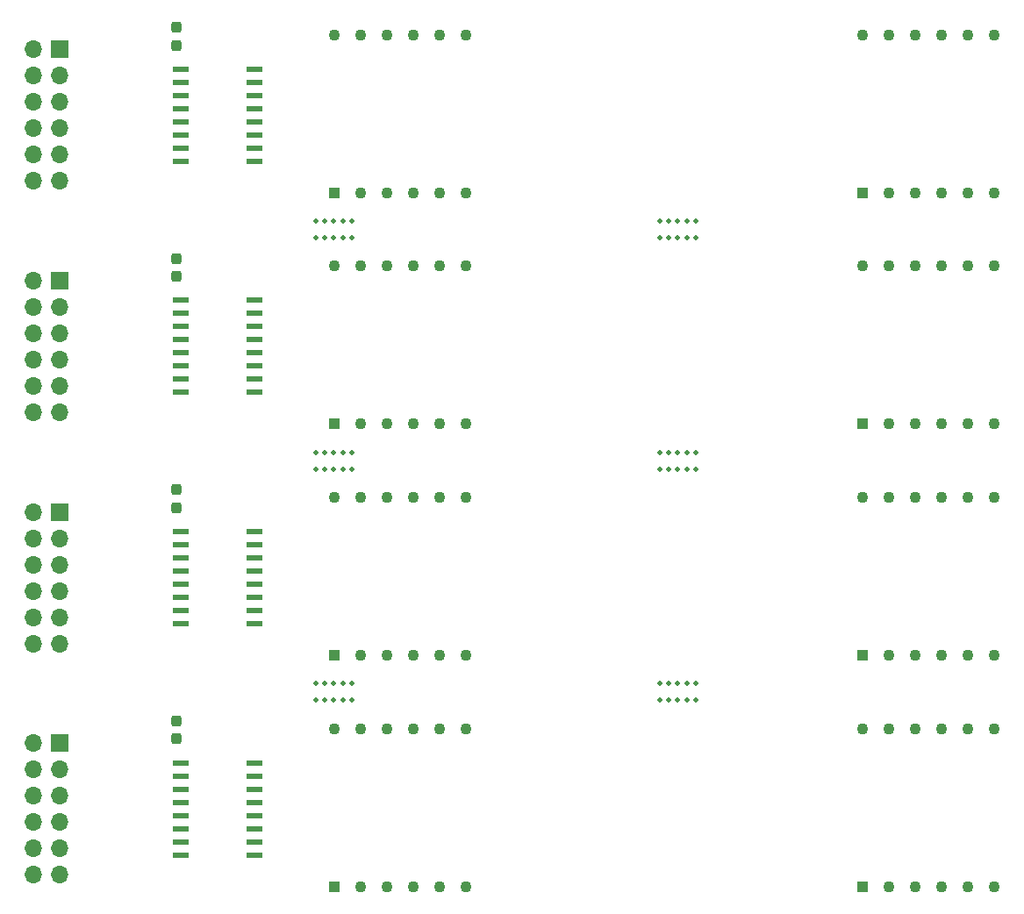
<source format=gbr>
%TF.GenerationSoftware,KiCad,Pcbnew,7.0.2*%
%TF.CreationDate,2023-08-10T02:42:33+09:00*%
%TF.ProjectId,Pmod_7LED_8digit,506d6f64-5f37-44c4-9544-5f3864696769,rev?*%
%TF.SameCoordinates,Original*%
%TF.FileFunction,Soldermask,Bot*%
%TF.FilePolarity,Negative*%
%FSLAX46Y46*%
G04 Gerber Fmt 4.6, Leading zero omitted, Abs format (unit mm)*
G04 Created by KiCad (PCBNEW 7.0.2) date 2023-08-10 02:42:33*
%MOMM*%
%LPD*%
G01*
G04 APERTURE LIST*
G04 Aperture macros list*
%AMRoundRect*
0 Rectangle with rounded corners*
0 $1 Rounding radius*
0 $2 $3 $4 $5 $6 $7 $8 $9 X,Y pos of 4 corners*
0 Add a 4 corners polygon primitive as box body*
4,1,4,$2,$3,$4,$5,$6,$7,$8,$9,$2,$3,0*
0 Add four circle primitives for the rounded corners*
1,1,$1+$1,$2,$3*
1,1,$1+$1,$4,$5*
1,1,$1+$1,$6,$7*
1,1,$1+$1,$8,$9*
0 Add four rect primitives between the rounded corners*
20,1,$1+$1,$2,$3,$4,$5,0*
20,1,$1+$1,$4,$5,$6,$7,0*
20,1,$1+$1,$6,$7,$8,$9,0*
20,1,$1+$1,$8,$9,$2,$3,0*%
G04 Aperture macros list end*
%ADD10R,1.500000X0.600000*%
%ADD11RoundRect,0.237500X-0.237500X0.300000X-0.237500X-0.300000X0.237500X-0.300000X0.237500X0.300000X0*%
%ADD12C,0.500000*%
%ADD13R,1.100000X1.100000*%
%ADD14C,1.100000*%
%ADD15R,1.700000X1.700000*%
%ADD16O,1.700000X1.700000*%
G04 APERTURE END LIST*
D10*
%TO.C,U2*%
X124237000Y-92802000D03*
X124237000Y-94072000D03*
X124237000Y-95342000D03*
X124237000Y-96612000D03*
X124237000Y-97882000D03*
X124237000Y-99152000D03*
X124237000Y-100422000D03*
X124237000Y-101692000D03*
X117137000Y-101692000D03*
X117137000Y-100422000D03*
X117137000Y-99152000D03*
X117137000Y-97882000D03*
X117137000Y-96612000D03*
X117137000Y-95342000D03*
X117137000Y-94072000D03*
X117137000Y-92802000D03*
%TD*%
%TO.C,U2*%
X124237000Y-70482000D03*
X124237000Y-71752000D03*
X124237000Y-73022000D03*
X124237000Y-74292000D03*
X124237000Y-75562000D03*
X124237000Y-76832000D03*
X124237000Y-78102000D03*
X124237000Y-79372000D03*
X117137000Y-79372000D03*
X117137000Y-78102000D03*
X117137000Y-76832000D03*
X117137000Y-75562000D03*
X117137000Y-74292000D03*
X117137000Y-73022000D03*
X117137000Y-71752000D03*
X117137000Y-70482000D03*
%TD*%
%TO.C,U2*%
X124237000Y-48162000D03*
X124237000Y-49432000D03*
X124237000Y-50702000D03*
X124237000Y-51972000D03*
X124237000Y-53242000D03*
X124237000Y-54512000D03*
X124237000Y-55782000D03*
X124237000Y-57052000D03*
X117137000Y-57052000D03*
X117137000Y-55782000D03*
X117137000Y-54512000D03*
X117137000Y-53242000D03*
X117137000Y-51972000D03*
X117137000Y-50702000D03*
X117137000Y-49432000D03*
X117137000Y-48162000D03*
%TD*%
D11*
%TO.C,C2*%
X116750000Y-66444500D03*
X116750000Y-68169500D03*
%TD*%
%TO.C,C2*%
X116750000Y-88764500D03*
X116750000Y-90489500D03*
%TD*%
%TO.C,C2*%
X116750000Y-21804500D03*
X116750000Y-23529500D03*
%TD*%
D10*
%TO.C,U2*%
X124237000Y-25842000D03*
X124237000Y-27112000D03*
X124237000Y-28382000D03*
X124237000Y-29652000D03*
X124237000Y-30922000D03*
X124237000Y-32192000D03*
X124237000Y-33462000D03*
X124237000Y-34732000D03*
X117137000Y-34732000D03*
X117137000Y-33462000D03*
X117137000Y-32192000D03*
X117137000Y-30922000D03*
X117137000Y-29652000D03*
X117137000Y-28382000D03*
X117137000Y-27112000D03*
X117137000Y-25842000D03*
%TD*%
D11*
%TO.C,C2*%
X116750000Y-44124500D03*
X116750000Y-45849500D03*
%TD*%
D12*
%TO.C,REF\u002A\u002A*%
X165094666Y-42120000D03*
%TD*%
%TO.C,REF\u002A\u002A*%
X133655334Y-86760000D03*
%TD*%
%TO.C,REF\u002A\u002A*%
X131905334Y-85160000D03*
%TD*%
%TO.C,REF\u002A\u002A*%
X130155334Y-85160000D03*
%TD*%
D13*
%TO.C,DS1*%
X182917000Y-82420000D03*
D14*
X185457000Y-82420000D03*
X187997000Y-82420000D03*
X190537000Y-82420000D03*
X193077000Y-82420000D03*
X195617000Y-82420000D03*
X195617000Y-67180000D03*
X193077000Y-67180000D03*
X190537000Y-67180000D03*
X187997000Y-67180000D03*
X185457000Y-67180000D03*
X182917000Y-67180000D03*
%TD*%
D13*
%TO.C,DS2*%
X131990000Y-104740000D03*
D14*
X134530000Y-104740000D03*
X137070000Y-104740000D03*
X139610000Y-104740000D03*
X142150000Y-104740000D03*
X144690000Y-104740000D03*
X144690000Y-89500000D03*
X142150000Y-89500000D03*
X139610000Y-89500000D03*
X137070000Y-89500000D03*
X134530000Y-89500000D03*
X131990000Y-89500000D03*
%TD*%
D12*
%TO.C,REF\u002A\u002A*%
X164219666Y-85160000D03*
%TD*%
%TO.C,REF\u002A\u002A*%
X165094666Y-40520000D03*
%TD*%
D13*
%TO.C,DS2*%
X131990000Y-82420000D03*
D14*
X134530000Y-82420000D03*
X137070000Y-82420000D03*
X139610000Y-82420000D03*
X142150000Y-82420000D03*
X144690000Y-82420000D03*
X144690000Y-67180000D03*
X142150000Y-67180000D03*
X139610000Y-67180000D03*
X137070000Y-67180000D03*
X134530000Y-67180000D03*
X131990000Y-67180000D03*
%TD*%
D12*
%TO.C,REF\u002A\u002A*%
X131030334Y-62840000D03*
%TD*%
%TO.C,REF\u002A\u002A*%
X163344666Y-62840000D03*
%TD*%
D13*
%TO.C,DS2*%
X131990000Y-60100000D03*
D14*
X134530000Y-60100000D03*
X137070000Y-60100000D03*
X139610000Y-60100000D03*
X142150000Y-60100000D03*
X144690000Y-60100000D03*
X144690000Y-44860000D03*
X142150000Y-44860000D03*
X139610000Y-44860000D03*
X137070000Y-44860000D03*
X134530000Y-44860000D03*
X131990000Y-44860000D03*
%TD*%
D12*
%TO.C,REF\u002A\u002A*%
X131030334Y-85160000D03*
%TD*%
%TO.C,REF\u002A\u002A*%
X131905334Y-42120000D03*
%TD*%
%TO.C,REF\u002A\u002A*%
X166844666Y-42120000D03*
%TD*%
%TO.C,REF\u002A\u002A*%
X164219666Y-64440000D03*
%TD*%
%TO.C,REF\u002A\u002A*%
X131030334Y-64440000D03*
%TD*%
D13*
%TO.C,DS2*%
X131990000Y-37780000D03*
D14*
X134530000Y-37780000D03*
X137070000Y-37780000D03*
X139610000Y-37780000D03*
X142150000Y-37780000D03*
X144690000Y-37780000D03*
X144690000Y-22540000D03*
X142150000Y-22540000D03*
X139610000Y-22540000D03*
X137070000Y-22540000D03*
X134530000Y-22540000D03*
X131990000Y-22540000D03*
%TD*%
D12*
%TO.C,REF\u002A\u002A*%
X132780334Y-62840000D03*
%TD*%
%TO.C,REF\u002A\u002A*%
X163344666Y-40520000D03*
%TD*%
D13*
%TO.C,DS1*%
X182917000Y-37780000D03*
D14*
X185457000Y-37780000D03*
X187997000Y-37780000D03*
X190537000Y-37780000D03*
X193077000Y-37780000D03*
X195617000Y-37780000D03*
X195617000Y-22540000D03*
X193077000Y-22540000D03*
X190537000Y-22540000D03*
X187997000Y-22540000D03*
X185457000Y-22540000D03*
X182917000Y-22540000D03*
%TD*%
D12*
%TO.C,REF\u002A\u002A*%
X164219666Y-86760000D03*
%TD*%
%TO.C,REF\u002A\u002A*%
X133655334Y-42120000D03*
%TD*%
%TO.C,REF\u002A\u002A*%
X132780334Y-86760000D03*
%TD*%
%TO.C,REF\u002A\u002A*%
X130155334Y-42120000D03*
%TD*%
%TO.C,REF\u002A\u002A*%
X166844666Y-86760000D03*
%TD*%
%TO.C,REF\u002A\u002A*%
X165969666Y-64440000D03*
%TD*%
D13*
%TO.C,DS1*%
X182917000Y-104740000D03*
D14*
X185457000Y-104740000D03*
X187997000Y-104740000D03*
X190537000Y-104740000D03*
X193077000Y-104740000D03*
X195617000Y-104740000D03*
X195617000Y-89500000D03*
X193077000Y-89500000D03*
X190537000Y-89500000D03*
X187997000Y-89500000D03*
X185457000Y-89500000D03*
X182917000Y-89500000D03*
%TD*%
D12*
%TO.C,REF\u002A\u002A*%
X132780334Y-64440000D03*
%TD*%
D15*
%TO.C,J1*%
X105447000Y-23937000D03*
D16*
X105447000Y-26477000D03*
X105447000Y-29017000D03*
X105447000Y-31557000D03*
X105447000Y-34097000D03*
X105447000Y-36637000D03*
X102907000Y-23937000D03*
X102907000Y-26477000D03*
X102907000Y-29017000D03*
X102907000Y-31557000D03*
X102907000Y-34097000D03*
X102907000Y-36637000D03*
%TD*%
D12*
%TO.C,REF\u002A\u002A*%
X131905334Y-40520000D03*
%TD*%
D15*
%TO.C,J1*%
X105447000Y-90897000D03*
D16*
X105447000Y-93437000D03*
X105447000Y-95977000D03*
X105447000Y-98517000D03*
X105447000Y-101057000D03*
X105447000Y-103597000D03*
X102907000Y-90897000D03*
X102907000Y-93437000D03*
X102907000Y-95977000D03*
X102907000Y-98517000D03*
X102907000Y-101057000D03*
X102907000Y-103597000D03*
%TD*%
D12*
%TO.C,REF\u002A\u002A*%
X131030334Y-86760000D03*
%TD*%
%TO.C,REF\u002A\u002A*%
X133655334Y-85160000D03*
%TD*%
%TO.C,REF\u002A\u002A*%
X133655334Y-62840000D03*
%TD*%
%TO.C,REF\u002A\u002A*%
X165969666Y-86760000D03*
%TD*%
D15*
%TO.C,J1*%
X105447000Y-46257000D03*
D16*
X105447000Y-48797000D03*
X105447000Y-51337000D03*
X105447000Y-53877000D03*
X105447000Y-56417000D03*
X105447000Y-58957000D03*
X102907000Y-46257000D03*
X102907000Y-48797000D03*
X102907000Y-51337000D03*
X102907000Y-53877000D03*
X102907000Y-56417000D03*
X102907000Y-58957000D03*
%TD*%
D12*
%TO.C,REF\u002A\u002A*%
X132780334Y-42120000D03*
%TD*%
%TO.C,REF\u002A\u002A*%
X165969666Y-62840000D03*
%TD*%
%TO.C,REF\u002A\u002A*%
X164219666Y-62840000D03*
%TD*%
%TO.C,REF\u002A\u002A*%
X165094666Y-64440000D03*
%TD*%
%TO.C,REF\u002A\u002A*%
X131905334Y-86760000D03*
%TD*%
%TO.C,REF\u002A\u002A*%
X131030334Y-42120000D03*
%TD*%
%TO.C,REF\u002A\u002A*%
X163344666Y-64440000D03*
%TD*%
%TO.C,REF\u002A\u002A*%
X131030334Y-40520000D03*
%TD*%
D15*
%TO.C,J1*%
X105447000Y-68577000D03*
D16*
X105447000Y-71117000D03*
X105447000Y-73657000D03*
X105447000Y-76197000D03*
X105447000Y-78737000D03*
X105447000Y-81277000D03*
X102907000Y-68577000D03*
X102907000Y-71117000D03*
X102907000Y-73657000D03*
X102907000Y-76197000D03*
X102907000Y-78737000D03*
X102907000Y-81277000D03*
%TD*%
D12*
%TO.C,REF\u002A\u002A*%
X165094666Y-86760000D03*
%TD*%
%TO.C,REF\u002A\u002A*%
X130155334Y-86760000D03*
%TD*%
%TO.C,REF\u002A\u002A*%
X163344666Y-42120000D03*
%TD*%
%TO.C,REF\u002A\u002A*%
X133655334Y-40520000D03*
%TD*%
%TO.C,REF\u002A\u002A*%
X166844666Y-64440000D03*
%TD*%
%TO.C,REF\u002A\u002A*%
X132780334Y-85160000D03*
%TD*%
D13*
%TO.C,DS1*%
X182917000Y-60100000D03*
D14*
X185457000Y-60100000D03*
X187997000Y-60100000D03*
X190537000Y-60100000D03*
X193077000Y-60100000D03*
X195617000Y-60100000D03*
X195617000Y-44860000D03*
X193077000Y-44860000D03*
X190537000Y-44860000D03*
X187997000Y-44860000D03*
X185457000Y-44860000D03*
X182917000Y-44860000D03*
%TD*%
D12*
%TO.C,REF\u002A\u002A*%
X166844666Y-40520000D03*
%TD*%
%TO.C,REF\u002A\u002A*%
X130155334Y-40520000D03*
%TD*%
%TO.C,REF\u002A\u002A*%
X132780334Y-40520000D03*
%TD*%
%TO.C,REF\u002A\u002A*%
X165969666Y-40520000D03*
%TD*%
%TO.C,REF\u002A\u002A*%
X133655334Y-64440000D03*
%TD*%
%TO.C,REF\u002A\u002A*%
X131905334Y-64440000D03*
%TD*%
%TO.C,REF\u002A\u002A*%
X165094666Y-62840000D03*
%TD*%
%TO.C,REF\u002A\u002A*%
X165094666Y-85160000D03*
%TD*%
%TO.C,REF\u002A\u002A*%
X164219666Y-40520000D03*
%TD*%
%TO.C,REF\u002A\u002A*%
X166844666Y-85160000D03*
%TD*%
%TO.C,REF\u002A\u002A*%
X163344666Y-85160000D03*
%TD*%
%TO.C,REF\u002A\u002A*%
X165969666Y-85160000D03*
%TD*%
%TO.C,REF\u002A\u002A*%
X165969666Y-42120000D03*
%TD*%
%TO.C,REF\u002A\u002A*%
X163344666Y-86760000D03*
%TD*%
%TO.C,REF\u002A\u002A*%
X131905334Y-62840000D03*
%TD*%
%TO.C,REF\u002A\u002A*%
X130155334Y-62840000D03*
%TD*%
%TO.C,REF\u002A\u002A*%
X164219666Y-42120000D03*
%TD*%
%TO.C,REF\u002A\u002A*%
X166844666Y-62840000D03*
%TD*%
%TO.C,REF\u002A\u002A*%
X130155334Y-64440000D03*
%TD*%
M02*

</source>
